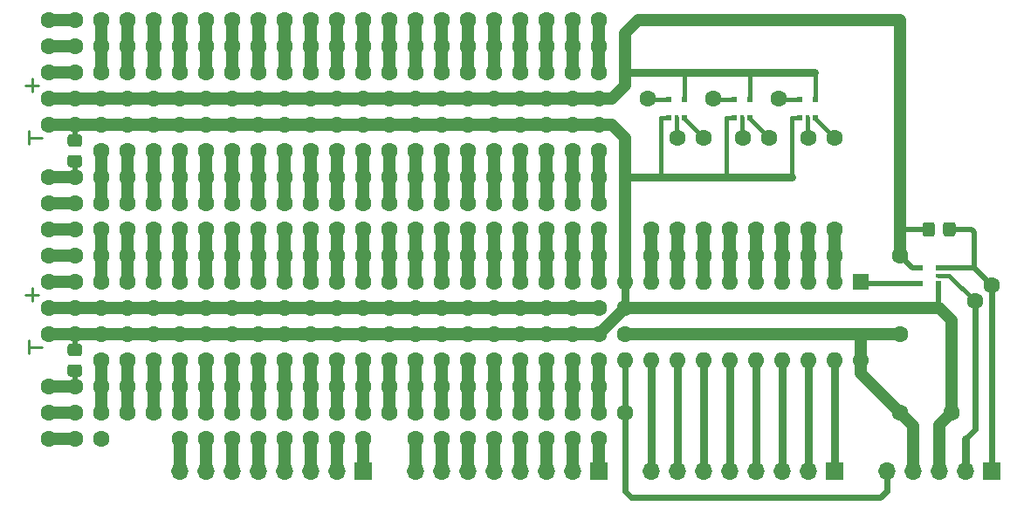
<source format=gbr>
G04 #@! TF.GenerationSoftware,KiCad,Pcbnew,(5.1.8)-1*
G04 #@! TF.CreationDate,2022-02-21T20:22:27+03:00*
G04 #@! TF.ProjectId,template-b,74656d70-6c61-4746-952d-622e6b696361,rev?*
G04 #@! TF.SameCoordinates,Original*
G04 #@! TF.FileFunction,Copper,L2,Bot*
G04 #@! TF.FilePolarity,Positive*
%FSLAX46Y46*%
G04 Gerber Fmt 4.6, Leading zero omitted, Abs format (unit mm)*
G04 Created by KiCad (PCBNEW (5.1.8)-1) date 2022-02-21 20:22:27*
%MOMM*%
%LPD*%
G01*
G04 APERTURE LIST*
G04 #@! TA.AperFunction,SMDPad,CuDef*
%ADD10R,0.400000X0.600000*%
G04 #@! TD*
G04 #@! TA.AperFunction,SMDPad,CuDef*
%ADD11R,0.600000X0.600000*%
G04 #@! TD*
G04 #@! TA.AperFunction,ComponentPad*
%ADD12O,1.700000X1.700000*%
G04 #@! TD*
G04 #@! TA.AperFunction,ComponentPad*
%ADD13R,1.700000X1.700000*%
G04 #@! TD*
G04 #@! TA.AperFunction,ComponentPad*
%ADD14C,1.600000*%
G04 #@! TD*
G04 #@! TA.AperFunction,ComponentPad*
%ADD15R,1.600000X1.600000*%
G04 #@! TD*
G04 #@! TA.AperFunction,ComponentPad*
%ADD16O,1.600000X1.600000*%
G04 #@! TD*
G04 #@! TA.AperFunction,SMDPad,CuDef*
%ADD17R,0.600000X0.400000*%
G04 #@! TD*
G04 #@! TA.AperFunction,ViaPad*
%ADD18C,1.600000*%
G04 #@! TD*
G04 #@! TA.AperFunction,Conductor*
%ADD19C,1.200000*%
G04 #@! TD*
G04 #@! TA.AperFunction,Conductor*
%ADD20C,0.250000*%
G04 #@! TD*
G04 #@! TA.AperFunction,Conductor*
%ADD21C,0.800000*%
G04 #@! TD*
G04 #@! TA.AperFunction,Conductor*
%ADD22C,0.500000*%
G04 #@! TD*
G04 #@! TA.AperFunction,Conductor*
%ADD23C,0.600000*%
G04 #@! TD*
G04 #@! TA.AperFunction,Conductor*
%ADD24C,0.400000*%
G04 #@! TD*
G04 APERTURE END LIST*
G04 #@! TA.AperFunction,SMDPad,CuDef*
G36*
G01*
X28390001Y-32620000D02*
X27489999Y-32620000D01*
G75*
G02*
X27240000Y-32370001I0J249999D01*
G01*
X27240000Y-31669999D01*
G75*
G02*
X27489999Y-31420000I249999J0D01*
G01*
X28390001Y-31420000D01*
G75*
G02*
X28640000Y-31669999I0J-249999D01*
G01*
X28640000Y-32370001D01*
G75*
G02*
X28390001Y-32620000I-249999J0D01*
G01*
G37*
G04 #@! TD.AperFunction*
G04 #@! TA.AperFunction,SMDPad,CuDef*
G36*
G01*
X28390001Y-34620000D02*
X27489999Y-34620000D01*
G75*
G02*
X27240000Y-34370001I0J249999D01*
G01*
X27240000Y-33669999D01*
G75*
G02*
X27489999Y-33420000I249999J0D01*
G01*
X28390001Y-33420000D01*
G75*
G02*
X28640000Y-33669999I0J-249999D01*
G01*
X28640000Y-34370001D01*
G75*
G02*
X28390001Y-34620000I-249999J0D01*
G01*
G37*
G04 #@! TD.AperFunction*
D10*
X99022500Y-29800000D03*
D11*
X99772500Y-29800000D03*
X98272500Y-29800000D03*
X98272500Y-28000000D03*
X99772500Y-28000000D03*
D10*
X92672500Y-29800000D03*
D11*
X93422500Y-29800000D03*
X91922500Y-29800000D03*
X91922500Y-28000000D03*
X93422500Y-28000000D03*
D10*
X86322500Y-29800000D03*
D11*
X87072500Y-29800000D03*
X85572500Y-29800000D03*
X85572500Y-28000000D03*
X87072500Y-28000000D03*
G04 #@! TA.AperFunction,SMDPad,CuDef*
G36*
G01*
X28390001Y-52940000D02*
X27489999Y-52940000D01*
G75*
G02*
X27240000Y-52690001I0J249999D01*
G01*
X27240000Y-51989999D01*
G75*
G02*
X27489999Y-51740000I249999J0D01*
G01*
X28390001Y-51740000D01*
G75*
G02*
X28640000Y-51989999I0J-249999D01*
G01*
X28640000Y-52690001D01*
G75*
G02*
X28390001Y-52940000I-249999J0D01*
G01*
G37*
G04 #@! TD.AperFunction*
G04 #@! TA.AperFunction,SMDPad,CuDef*
G36*
G01*
X28390001Y-54940000D02*
X27489999Y-54940000D01*
G75*
G02*
X27240000Y-54690001I0J249999D01*
G01*
X27240000Y-53989999D01*
G75*
G02*
X27489999Y-53740000I249999J0D01*
G01*
X28390001Y-53740000D01*
G75*
G02*
X28640000Y-53989999I0J-249999D01*
G01*
X28640000Y-54690001D01*
G75*
G02*
X28390001Y-54940000I-249999J0D01*
G01*
G37*
G04 #@! TD.AperFunction*
G04 #@! TA.AperFunction,SMDPad,CuDef*
G36*
G01*
X111360000Y-40189999D02*
X111360000Y-41090001D01*
G75*
G02*
X111110001Y-41340000I-249999J0D01*
G01*
X110409999Y-41340000D01*
G75*
G02*
X110160000Y-41090001I0J249999D01*
G01*
X110160000Y-40189999D01*
G75*
G02*
X110409999Y-39940000I249999J0D01*
G01*
X111110001Y-39940000D01*
G75*
G02*
X111360000Y-40189999I0J-249999D01*
G01*
G37*
G04 #@! TD.AperFunction*
G04 #@! TA.AperFunction,SMDPad,CuDef*
G36*
G01*
X113360000Y-40189999D02*
X113360000Y-41090001D01*
G75*
G02*
X113110001Y-41340000I-249999J0D01*
G01*
X112409999Y-41340000D01*
G75*
G02*
X112160000Y-41090001I0J249999D01*
G01*
X112160000Y-40189999D01*
G75*
G02*
X112409999Y-39940000I249999J0D01*
G01*
X113110001Y-39940000D01*
G75*
G02*
X113360000Y-40189999I0J-249999D01*
G01*
G37*
G04 #@! TD.AperFunction*
D12*
X83820000Y-64135000D03*
X86360000Y-64135000D03*
X88900000Y-64135000D03*
X91440000Y-64135000D03*
X93980000Y-64135000D03*
X96520000Y-64135000D03*
X99060000Y-64135000D03*
D13*
X101600000Y-64135000D03*
D12*
X60960000Y-64135000D03*
X63500000Y-64135000D03*
X66040000Y-64135000D03*
X68580000Y-64135000D03*
X71120000Y-64135000D03*
X73660000Y-64135000D03*
X76200000Y-64135000D03*
D13*
X78740000Y-64135000D03*
D12*
X38100000Y-64135000D03*
X40640000Y-64135000D03*
X43180000Y-64135000D03*
X45720000Y-64135000D03*
X48260000Y-64135000D03*
X50800000Y-64135000D03*
X53340000Y-64135000D03*
D13*
X55880000Y-64135000D03*
D14*
X107950000Y-58420000D03*
X112950000Y-58420000D03*
D15*
X104140000Y-45720000D03*
D16*
X81280000Y-53340000D03*
X101600000Y-45720000D03*
X83820000Y-53340000D03*
X99060000Y-45720000D03*
X86360000Y-53340000D03*
X96520000Y-45720000D03*
X88900000Y-53340000D03*
X93980000Y-45720000D03*
X91440000Y-53340000D03*
X91440000Y-45720000D03*
X93980000Y-53340000D03*
X88900000Y-45720000D03*
X96520000Y-53340000D03*
X86360000Y-45720000D03*
X99060000Y-53340000D03*
X83820000Y-45720000D03*
X101600000Y-53340000D03*
X81280000Y-45720000D03*
X104140000Y-53340000D03*
D13*
X116840000Y-64135000D03*
D12*
X114300000Y-64135000D03*
X111760000Y-64135000D03*
X109220000Y-64135000D03*
X106680000Y-64135000D03*
D11*
X109915000Y-44372500D03*
X109915000Y-45872500D03*
X111715000Y-45872500D03*
X111715000Y-44372500D03*
D17*
X111715000Y-45122500D03*
D18*
X76200000Y-53340000D03*
X76200000Y-55880000D03*
X76200000Y-58420000D03*
X73660000Y-55880000D03*
X73660000Y-58420000D03*
X73660000Y-53340000D03*
X71120000Y-55880000D03*
X71120000Y-58420000D03*
X71120000Y-53340000D03*
X68580000Y-55880000D03*
X68580000Y-58420000D03*
X68580000Y-53340000D03*
X66040000Y-55880000D03*
X66040000Y-58420000D03*
X66040000Y-53340000D03*
X63500000Y-55880000D03*
X63500000Y-58420000D03*
X63500000Y-53340000D03*
X60960000Y-55880000D03*
X60960000Y-58420000D03*
X60960000Y-53340000D03*
X58420000Y-55880000D03*
X58420000Y-58420000D03*
X58420000Y-53340000D03*
X55880000Y-55880000D03*
X55880000Y-58420000D03*
X55880000Y-53340000D03*
X53340000Y-55880000D03*
X53340000Y-58420000D03*
X53340000Y-53340000D03*
X50800000Y-55880000D03*
X50800000Y-58420000D03*
X50800000Y-53340000D03*
X48260000Y-55880000D03*
X48260000Y-58420000D03*
X48260000Y-53340000D03*
X45720000Y-55880000D03*
X45720000Y-58420000D03*
X45720000Y-53340000D03*
X43180000Y-55880000D03*
X43180000Y-58420000D03*
X43180000Y-53340000D03*
X40640000Y-55880000D03*
X40640000Y-58420000D03*
X40640000Y-53340000D03*
X38100000Y-55880000D03*
X38100000Y-58420000D03*
X38100000Y-53340000D03*
X35560000Y-55880000D03*
X35560000Y-58420000D03*
X35560000Y-53340000D03*
X33020000Y-55880000D03*
X33020000Y-58420000D03*
X33020000Y-53340000D03*
X78740000Y-58420000D03*
X78740000Y-55880000D03*
X78740000Y-53340000D03*
X76200000Y-43180000D03*
X76200000Y-45720000D03*
X76200000Y-40640000D03*
X78740000Y-43180000D03*
X78740000Y-40640000D03*
X78740000Y-45720000D03*
X50800000Y-45720000D03*
X45720000Y-45720000D03*
X53340000Y-43180000D03*
X40640000Y-45720000D03*
X50800000Y-40640000D03*
X45720000Y-40640000D03*
X48260000Y-43180000D03*
X35560000Y-45720000D03*
X40640000Y-40640000D03*
X43180000Y-43180000D03*
X35560000Y-40640000D03*
X38100000Y-43180000D03*
X38100000Y-45720000D03*
X35560000Y-43180000D03*
X33020000Y-43180000D03*
X33020000Y-40640000D03*
X40640000Y-43180000D03*
X38100000Y-40640000D03*
X43180000Y-45720000D03*
X45720000Y-43180000D03*
X43180000Y-40640000D03*
X48260000Y-45720000D03*
X50800000Y-43180000D03*
X48260000Y-40640000D03*
X53340000Y-40640000D03*
X53340000Y-45720000D03*
X33020000Y-45720000D03*
X73660000Y-45720000D03*
X73660000Y-43180000D03*
X73660000Y-40640000D03*
X71120000Y-45720000D03*
X71120000Y-43180000D03*
X71120000Y-40640000D03*
X68580000Y-45720000D03*
X68580000Y-43180000D03*
X68580000Y-40640000D03*
X66040000Y-45720000D03*
X66040000Y-43180000D03*
X66040000Y-40640000D03*
X63500000Y-45720000D03*
X63500000Y-43180000D03*
X63500000Y-40640000D03*
X60960000Y-45720000D03*
X60960000Y-43180000D03*
X60960000Y-40640000D03*
X58420000Y-45720000D03*
X58420000Y-43180000D03*
X58420000Y-40640000D03*
X55880000Y-45720000D03*
X55880000Y-43180000D03*
X55880000Y-40640000D03*
X27940000Y-43180000D03*
X27940000Y-40640000D03*
X27940000Y-45720000D03*
X27940000Y-58420000D03*
X25400000Y-40640000D03*
X25400000Y-43180000D03*
X25400000Y-45720000D03*
X25400000Y-58420000D03*
X25400000Y-60960000D03*
X27940000Y-60960000D03*
X30480000Y-40640000D03*
X30480000Y-43180000D03*
X30480000Y-45720000D03*
X30480000Y-58420000D03*
X30480000Y-60960000D03*
X30480000Y-53340000D03*
X30480000Y-55880000D03*
X58420000Y-38100000D03*
X58420000Y-35560000D03*
X58420000Y-33020000D03*
X60960000Y-33020000D03*
X60960000Y-38100000D03*
X60960000Y-35560000D03*
X63500000Y-33020000D03*
X63500000Y-38100000D03*
X63500000Y-35560000D03*
X66040000Y-33020000D03*
X66040000Y-38100000D03*
X66040000Y-35560000D03*
X68580000Y-33020000D03*
X68580000Y-38100000D03*
X68580000Y-35560000D03*
X71120000Y-33020000D03*
X71120000Y-38100000D03*
X71120000Y-35560000D03*
X73660000Y-33020000D03*
X73660000Y-38100000D03*
X73660000Y-35560000D03*
X76200000Y-33020000D03*
X76200000Y-38100000D03*
X76200000Y-35560000D03*
X78740000Y-33020000D03*
X78740000Y-38100000D03*
X78740000Y-35560000D03*
X55880000Y-33020000D03*
X55880000Y-38100000D03*
X55880000Y-35560000D03*
X53340000Y-33020000D03*
X53340000Y-38100000D03*
X53340000Y-35560000D03*
X50800000Y-33020000D03*
X50800000Y-38100000D03*
X50800000Y-35560000D03*
X48260000Y-33020000D03*
X48260000Y-38100000D03*
X48260000Y-35560000D03*
X45720000Y-33020000D03*
X45720000Y-38100000D03*
X45720000Y-35560000D03*
X43180000Y-33020000D03*
X43180000Y-38100000D03*
X43180000Y-35560000D03*
X40640000Y-33020000D03*
X40640000Y-38100000D03*
X40640000Y-35560000D03*
X38100000Y-33020000D03*
X38100000Y-38100000D03*
X38100000Y-35560000D03*
X35560000Y-33020000D03*
X35560000Y-38100000D03*
X35560000Y-35560000D03*
X33020000Y-33020000D03*
X33020000Y-38100000D03*
X33020000Y-35560000D03*
X30480000Y-33020000D03*
X30480000Y-38100000D03*
X30480000Y-35560000D03*
X55880000Y-25400000D03*
X60960000Y-25400000D03*
X78740000Y-20320000D03*
X78740000Y-25400000D03*
X78740000Y-22860000D03*
X76200000Y-22860000D03*
X76200000Y-20320000D03*
X76200000Y-25400000D03*
X73660000Y-22860000D03*
X73660000Y-20320000D03*
X73660000Y-25400000D03*
X71120000Y-25400000D03*
X71120000Y-20320000D03*
X71120000Y-22860000D03*
X68580000Y-22860000D03*
X68580000Y-20320000D03*
X68580000Y-25400000D03*
X66040000Y-22860000D03*
X66040000Y-20320000D03*
X66040000Y-25400000D03*
X63500000Y-22860000D03*
X63500000Y-20320000D03*
X58420000Y-20320000D03*
X50800000Y-22860000D03*
X58420000Y-25400000D03*
X58420000Y-22860000D03*
X63500000Y-25400000D03*
X60960000Y-22860000D03*
X53340000Y-22860000D03*
X53340000Y-25400000D03*
X55880000Y-22860000D03*
X60960000Y-20320000D03*
X55880000Y-20320000D03*
X53340000Y-20320000D03*
X48260000Y-25400000D03*
X48260000Y-22860000D03*
X50800000Y-20320000D03*
X50800000Y-25400000D03*
X45720000Y-25400000D03*
X48260000Y-20320000D03*
X45720000Y-22860000D03*
X43180000Y-22860000D03*
X45720000Y-20320000D03*
X40640000Y-25400000D03*
X43180000Y-20320000D03*
X43180000Y-25400000D03*
X38100000Y-22860000D03*
X40640000Y-20320000D03*
X40640000Y-22860000D03*
X38100000Y-20320000D03*
X38100000Y-25400000D03*
X35560000Y-20320000D03*
X30480000Y-25400000D03*
X30480000Y-22860000D03*
X33020000Y-22860000D03*
X30480000Y-20320000D03*
X35560000Y-22860000D03*
X35560000Y-25400000D03*
X33020000Y-20320000D03*
X33020000Y-25400000D03*
X25400000Y-38100000D03*
X27940000Y-38100000D03*
X27940000Y-25400000D03*
X25400000Y-25400000D03*
X25400000Y-22860000D03*
X27940000Y-22860000D03*
X27940000Y-20320000D03*
X25400000Y-20320000D03*
X38100000Y-60960000D03*
X40640000Y-60960000D03*
X43180000Y-60960000D03*
X45720000Y-60960000D03*
X48260000Y-60960000D03*
X50800000Y-60960000D03*
X53340000Y-60960000D03*
X55880000Y-60960000D03*
X60960000Y-60960000D03*
X63500000Y-60960000D03*
X66040000Y-60960000D03*
X68580000Y-60960000D03*
X71120000Y-60960000D03*
X73660000Y-60960000D03*
X76200000Y-60960000D03*
X78740000Y-60960000D03*
X116840000Y-46037500D03*
X25400000Y-48260000D03*
X33020000Y-48260000D03*
X81280000Y-50800000D03*
X76200000Y-48260000D03*
X73660000Y-48260000D03*
X71120000Y-48260000D03*
X68580000Y-48260000D03*
X66040000Y-48260000D03*
X63500000Y-48260000D03*
X60960000Y-48260000D03*
X58420000Y-48260000D03*
X55880000Y-48260000D03*
X53340000Y-48260000D03*
X50800000Y-48260000D03*
X48260000Y-48260000D03*
X45720000Y-48260000D03*
X43180000Y-48260000D03*
X40640000Y-48260000D03*
X38100000Y-48260000D03*
X35560000Y-48260000D03*
X27940000Y-48260000D03*
X107950000Y-43180000D03*
X107950000Y-50800000D03*
X30480000Y-48260000D03*
X78740000Y-48260000D03*
X25400000Y-27940000D03*
X27940000Y-27940000D03*
X30480000Y-27940000D03*
X33020000Y-27940000D03*
X35560000Y-27940000D03*
X38100000Y-27940000D03*
X40640000Y-27940000D03*
X43180000Y-27940000D03*
X45720000Y-27940000D03*
X48260000Y-27940000D03*
X50800000Y-27940000D03*
X53340000Y-27940000D03*
X55880000Y-27940000D03*
X58420000Y-27940000D03*
X60960000Y-27940000D03*
X63500000Y-27940000D03*
X66040000Y-27940000D03*
X68580000Y-27940000D03*
X71120000Y-27940000D03*
X73660000Y-27940000D03*
X76200000Y-27940000D03*
X78740000Y-27940000D03*
X25400000Y-50800000D03*
X33020000Y-50800000D03*
X35560000Y-50800000D03*
X38100000Y-50800000D03*
X40640000Y-50800000D03*
X43180000Y-50800000D03*
X45720000Y-50800000D03*
X48260000Y-50800000D03*
X50800000Y-50800000D03*
X53340000Y-50800000D03*
X55880000Y-50800000D03*
X58420000Y-50800000D03*
X60960000Y-50800000D03*
X63500000Y-50800000D03*
X66040000Y-50800000D03*
X68580000Y-50800000D03*
X71120000Y-50800000D03*
X73660000Y-50800000D03*
X76200000Y-50800000D03*
X81280000Y-48260000D03*
X27940000Y-50800000D03*
X30480000Y-50800000D03*
X78740000Y-50800000D03*
X78740000Y-30480000D03*
X76200000Y-30480000D03*
X73660000Y-30480000D03*
X71120000Y-30480000D03*
X68580000Y-30480000D03*
X66040000Y-30480000D03*
X63500000Y-30480000D03*
X60960000Y-30480000D03*
X58420000Y-30480000D03*
X55880000Y-30480000D03*
X53340000Y-30480000D03*
X50800000Y-30480000D03*
X48260000Y-30480000D03*
X45720000Y-30480000D03*
X43180000Y-30480000D03*
X40640000Y-30480000D03*
X38100000Y-30480000D03*
X35560000Y-30480000D03*
X33020000Y-30480000D03*
X30480000Y-30480000D03*
X27940000Y-30480000D03*
X25400000Y-30480000D03*
X101600000Y-43180000D03*
X101600000Y-40640000D03*
X99060000Y-43180000D03*
X99060000Y-40640000D03*
X96520000Y-43180000D03*
X96520000Y-40640000D03*
X93980000Y-43180000D03*
X93980000Y-40640000D03*
X91440000Y-43180000D03*
X91440000Y-40640000D03*
X88900000Y-43180000D03*
X88900000Y-40640000D03*
X86360000Y-43180000D03*
X86360000Y-40640000D03*
X83820000Y-43180000D03*
X83820000Y-40640000D03*
X81280000Y-58420000D03*
X115252500Y-47625000D03*
X25400000Y-55880000D03*
X27940000Y-55880000D03*
X86360000Y-31750000D03*
X88900000Y-31750000D03*
X83502500Y-27940000D03*
X92710000Y-31750000D03*
X95250000Y-31750000D03*
X89852500Y-27940000D03*
X99060000Y-31750000D03*
X101600000Y-31750000D03*
X96202500Y-27940000D03*
X27940000Y-35560000D03*
X25400000Y-35560000D03*
D19*
X76200000Y-53340000D02*
X76200000Y-55880000D01*
X76200000Y-55880000D02*
X76200000Y-58420000D01*
X73660000Y-55880000D02*
X73660000Y-58420000D01*
X73660000Y-53340000D02*
X73660000Y-55880000D01*
X71120000Y-55880000D02*
X71120000Y-58420000D01*
X71120000Y-53340000D02*
X71120000Y-55880000D01*
X68580000Y-55880000D02*
X68580000Y-58420000D01*
X68580000Y-53340000D02*
X68580000Y-55880000D01*
X66040000Y-55880000D02*
X66040000Y-58420000D01*
X66040000Y-53340000D02*
X66040000Y-55880000D01*
X63500000Y-55880000D02*
X63500000Y-58420000D01*
X63500000Y-53340000D02*
X63500000Y-55880000D01*
X60960000Y-55880000D02*
X60960000Y-58420000D01*
X60960000Y-53340000D02*
X60960000Y-55880000D01*
X58420000Y-55880000D02*
X58420000Y-58420000D01*
X58420000Y-53340000D02*
X58420000Y-55880000D01*
X55880000Y-55880000D02*
X55880000Y-58420000D01*
X55880000Y-53340000D02*
X55880000Y-55880000D01*
X53340000Y-55880000D02*
X53340000Y-58420000D01*
X53340000Y-53340000D02*
X53340000Y-55880000D01*
X50800000Y-55880000D02*
X50800000Y-58420000D01*
X50800000Y-53340000D02*
X50800000Y-55880000D01*
X48260000Y-55880000D02*
X48260000Y-58420000D01*
X48260000Y-53340000D02*
X48260000Y-55880000D01*
X45720000Y-55880000D02*
X45720000Y-58420000D01*
X45720000Y-53340000D02*
X45720000Y-55880000D01*
X43180000Y-55880000D02*
X43180000Y-58420000D01*
X43180000Y-53340000D02*
X43180000Y-55880000D01*
X40640000Y-55880000D02*
X40640000Y-58420000D01*
X40640000Y-53340000D02*
X40640000Y-55880000D01*
X38100000Y-55880000D02*
X38100000Y-58420000D01*
X38100000Y-53340000D02*
X38100000Y-55880000D01*
X35560000Y-55880000D02*
X35560000Y-58420000D01*
X35560000Y-53340000D02*
X35560000Y-55880000D01*
X33020000Y-55880000D02*
X33020000Y-58420000D01*
X33020000Y-53340000D02*
X33020000Y-55880000D01*
X78740000Y-53340000D02*
X78740000Y-55880000D01*
X78740000Y-55880000D02*
X78740000Y-58420000D01*
X48260000Y-40640000D02*
X48260000Y-43180000D01*
X48260000Y-43180000D02*
X48260000Y-45720000D01*
X50800000Y-40640000D02*
X50800000Y-43180000D01*
X50800000Y-43180000D02*
X50800000Y-45720000D01*
X53340000Y-40640000D02*
X53340000Y-43180000D01*
X53340000Y-43180000D02*
X53340000Y-45720000D01*
X55880000Y-40640000D02*
X55880000Y-43180000D01*
X55880000Y-43180000D02*
X55880000Y-45720000D01*
X58420000Y-40640000D02*
X58420000Y-43180000D01*
X58420000Y-43180000D02*
X58420000Y-45720000D01*
X60960000Y-40640000D02*
X60960000Y-43180000D01*
X60960000Y-43180000D02*
X60960000Y-45720000D01*
X63500000Y-40640000D02*
X63500000Y-43180000D01*
X63500000Y-43180000D02*
X63500000Y-45720000D01*
X66040000Y-40640000D02*
X66040000Y-43180000D01*
X66040000Y-43180000D02*
X66040000Y-45720000D01*
X68580000Y-40640000D02*
X68580000Y-43180000D01*
X68580000Y-43180000D02*
X68580000Y-45720000D01*
X71120000Y-40640000D02*
X71120000Y-43180000D01*
X71120000Y-43180000D02*
X71120000Y-45720000D01*
X45720000Y-43180000D02*
X45720000Y-45720000D01*
X45720000Y-40640000D02*
X45720000Y-43180000D01*
X43180000Y-43180000D02*
X43180000Y-45720000D01*
X43180000Y-40640000D02*
X43180000Y-43180000D01*
X40640000Y-43180000D02*
X40640000Y-45720000D01*
X40640000Y-40640000D02*
X40640000Y-43180000D01*
X38100000Y-43180000D02*
X38100000Y-45720000D01*
X38100000Y-40640000D02*
X38100000Y-43180000D01*
X35560000Y-43180000D02*
X35560000Y-45720000D01*
X35560000Y-40640000D02*
X35560000Y-43180000D01*
X33020000Y-43180000D02*
X33020000Y-45720000D01*
X33020000Y-40640000D02*
X33020000Y-43180000D01*
X78740000Y-43180000D02*
X78740000Y-45720000D01*
X78740000Y-40640000D02*
X78740000Y-43180000D01*
X73660000Y-43180000D02*
X73660000Y-45720000D01*
X76200000Y-43180000D02*
X76200000Y-45720000D01*
X76200000Y-40640000D02*
X76200000Y-43180000D01*
X73660000Y-40640000D02*
X73660000Y-43180000D01*
X25400000Y-40640000D02*
X27940000Y-40640000D01*
X25400000Y-43180000D02*
X27940000Y-43180000D01*
X25400000Y-45720000D02*
X27940000Y-45720000D01*
X25400000Y-58420000D02*
X27940000Y-58420000D01*
X25400000Y-60960000D02*
X27940000Y-60960000D01*
D20*
X23495000Y-51435000D02*
X23495000Y-52070000D01*
X23495000Y-52070000D02*
X24765000Y-52070000D01*
X23495000Y-52070000D02*
X23495000Y-52705000D01*
X23177500Y-46990000D02*
X24447500Y-46990000D01*
X23812500Y-46355000D02*
X23812500Y-47625000D01*
D19*
X30480000Y-40640000D02*
X30480000Y-43180000D01*
X30480000Y-43180000D02*
X30480000Y-45720000D01*
X30480000Y-53340000D02*
X30480000Y-55880000D01*
X30480000Y-55880000D02*
X30480000Y-58420000D01*
X58420000Y-33020000D02*
X58420000Y-35560000D01*
X58420000Y-35560000D02*
X58420000Y-38100000D01*
X60960000Y-33020000D02*
X60960000Y-35560000D01*
X60960000Y-35560000D02*
X60960000Y-38100000D01*
X63500000Y-33020000D02*
X63500000Y-35560000D01*
X63500000Y-35560000D02*
X63500000Y-38100000D01*
X66040000Y-33020000D02*
X66040000Y-35560000D01*
X66040000Y-35560000D02*
X66040000Y-38100000D01*
X68580000Y-33020000D02*
X68580000Y-35560000D01*
X68580000Y-35560000D02*
X68580000Y-38100000D01*
X71120000Y-33020000D02*
X71120000Y-35560000D01*
X71120000Y-35560000D02*
X71120000Y-38100000D01*
X73660000Y-33020000D02*
X73660000Y-35560000D01*
X73660000Y-35560000D02*
X73660000Y-38100000D01*
X76200000Y-33020000D02*
X76200000Y-35560000D01*
X76200000Y-35560000D02*
X76200000Y-38100000D01*
X78740000Y-33020000D02*
X78740000Y-35560000D01*
X78740000Y-35560000D02*
X78740000Y-38100000D01*
X55880000Y-33020000D02*
X55880000Y-35560000D01*
X55880000Y-35560000D02*
X55880000Y-38100000D01*
X53340000Y-33020000D02*
X53340000Y-35560000D01*
X53340000Y-35560000D02*
X53340000Y-38100000D01*
X50800000Y-33020000D02*
X50800000Y-35560000D01*
X50800000Y-35560000D02*
X50800000Y-38100000D01*
X48260000Y-33020000D02*
X48260000Y-35560000D01*
X48260000Y-35560000D02*
X48260000Y-38100000D01*
X45720000Y-33020000D02*
X45720000Y-35560000D01*
X45720000Y-35560000D02*
X45720000Y-38100000D01*
X43180000Y-33020000D02*
X43180000Y-35560000D01*
X43180000Y-35560000D02*
X43180000Y-38100000D01*
X40640000Y-33020000D02*
X40640000Y-35560000D01*
X40640000Y-35560000D02*
X40640000Y-38100000D01*
X38100000Y-33020000D02*
X38100000Y-35560000D01*
X38100000Y-35560000D02*
X38100000Y-38100000D01*
X35560000Y-33020000D02*
X35560000Y-35560000D01*
X35560000Y-35560000D02*
X35560000Y-38100000D01*
X33020000Y-33020000D02*
X33020000Y-35560000D01*
X33020000Y-35560000D02*
X33020000Y-38100000D01*
X30480000Y-33020000D02*
X30480000Y-35560000D01*
X30480000Y-35560000D02*
X30480000Y-38100000D01*
X66040000Y-20320000D02*
X66040000Y-22860000D01*
X60960000Y-22860000D02*
X60960000Y-25400000D01*
X60960000Y-20320000D02*
X60960000Y-22860000D01*
X63500000Y-20320000D02*
X63500000Y-22860000D01*
X63500000Y-22860000D02*
X63500000Y-25400000D01*
X58420000Y-20320000D02*
X58420000Y-22860000D01*
X66040000Y-22860000D02*
X66040000Y-25400000D01*
X58420000Y-22860000D02*
X58420000Y-25400000D01*
X68580000Y-20320000D02*
X68580000Y-22860000D01*
X68580000Y-22860000D02*
X68580000Y-25400000D01*
X71120000Y-20320000D02*
X71120000Y-22860000D01*
X71120000Y-22860000D02*
X71120000Y-25400000D01*
X73660000Y-20320000D02*
X73660000Y-22860000D01*
X73660000Y-22860000D02*
X73660000Y-25400000D01*
X76200000Y-20320000D02*
X76200000Y-22860000D01*
X76200000Y-22860000D02*
X76200000Y-25400000D01*
X78740000Y-20320000D02*
X78740000Y-22860000D01*
X78740000Y-22860000D02*
X78740000Y-25400000D01*
X55880000Y-20320000D02*
X55880000Y-22860000D01*
X55880000Y-22860000D02*
X55880000Y-25400000D01*
X53340000Y-20320000D02*
X53340000Y-22860000D01*
X53340000Y-22860000D02*
X53340000Y-25400000D01*
X50800000Y-20320000D02*
X50800000Y-22860000D01*
X50800000Y-22860000D02*
X50800000Y-25400000D01*
X48260000Y-20320000D02*
X48260000Y-22860000D01*
X48260000Y-22860000D02*
X48260000Y-25400000D01*
X45720000Y-20320000D02*
X45720000Y-22860000D01*
X45720000Y-22860000D02*
X45720000Y-25400000D01*
X43180000Y-20320000D02*
X43180000Y-22860000D01*
X43180000Y-22860000D02*
X43180000Y-25400000D01*
X40640000Y-20320000D02*
X40640000Y-22860000D01*
X40640000Y-22860000D02*
X40640000Y-25400000D01*
X38100000Y-20320000D02*
X38100000Y-22860000D01*
X38100000Y-22860000D02*
X38100000Y-25400000D01*
X35560000Y-20320000D02*
X35560000Y-22860000D01*
X35560000Y-22860000D02*
X35560000Y-25400000D01*
X33020000Y-20320000D02*
X33020000Y-22860000D01*
X33020000Y-22860000D02*
X33020000Y-25400000D01*
X30480000Y-20320000D02*
X30480000Y-22860000D01*
X30480000Y-22860000D02*
X30480000Y-25400000D01*
X25400000Y-20320000D02*
X27940000Y-20320000D01*
X25400000Y-22860000D02*
X27940000Y-22860000D01*
X25400000Y-25400000D02*
X27940000Y-25400000D01*
X25400000Y-38100000D02*
X27940000Y-38100000D01*
D20*
X23495000Y-31115000D02*
X23495000Y-31750000D01*
X23495000Y-31750000D02*
X24765000Y-31750000D01*
X23495000Y-31750000D02*
X23495000Y-32385000D01*
X23177500Y-26670000D02*
X24447500Y-26670000D01*
X23812500Y-26035000D02*
X23812500Y-27305000D01*
D19*
X38100000Y-64135000D02*
X38100000Y-60960000D01*
X38100000Y-60960000D02*
X38100000Y-60960000D01*
X40640000Y-64135000D02*
X40640000Y-60960000D01*
X40640000Y-60960000D02*
X40640000Y-60960000D01*
X43180000Y-64135000D02*
X43180000Y-60960000D01*
X43180000Y-60960000D02*
X43180000Y-60960000D01*
X45720000Y-64135000D02*
X45720000Y-60960000D01*
X45720000Y-60960000D02*
X45720000Y-60960000D01*
X48260000Y-64135000D02*
X48260000Y-60960000D01*
X48260000Y-60960000D02*
X48260000Y-60960000D01*
X50800000Y-64135000D02*
X50800000Y-60960000D01*
X50800000Y-60960000D02*
X50800000Y-60960000D01*
X53340000Y-64135000D02*
X53340000Y-60960000D01*
X53340000Y-60960000D02*
X53340000Y-60960000D01*
X55880000Y-64135000D02*
X55880000Y-60960000D01*
X55880000Y-60960000D02*
X55880000Y-60960000D01*
X60960000Y-64135000D02*
X60960000Y-60960000D01*
X60960000Y-60960000D02*
X60960000Y-60960000D01*
X63500000Y-64135000D02*
X63500000Y-60960000D01*
X63500000Y-60960000D02*
X63500000Y-60960000D01*
X66040000Y-64135000D02*
X66040000Y-60960000D01*
X66040000Y-60960000D02*
X66040000Y-60960000D01*
X68580000Y-64135000D02*
X68580000Y-60960000D01*
X68580000Y-60960000D02*
X68580000Y-60960000D01*
X71120000Y-64135000D02*
X71120000Y-60960000D01*
X71120000Y-60960000D02*
X71120000Y-60960000D01*
X73660000Y-64135000D02*
X73660000Y-60960000D01*
X73660000Y-60960000D02*
X73660000Y-60960000D01*
X76200000Y-64135000D02*
X76200000Y-60960000D01*
X76200000Y-60960000D02*
X76200000Y-60960000D01*
X78740000Y-64135000D02*
X78740000Y-60960000D01*
X78740000Y-60960000D02*
X78740000Y-60960000D01*
D21*
X83820000Y-53340000D02*
X83820000Y-64135000D01*
X86360000Y-53340000D02*
X86360000Y-64135000D01*
X88900000Y-53340000D02*
X88900000Y-64135000D01*
X91440000Y-53340000D02*
X91440000Y-64135000D01*
X93980000Y-53340000D02*
X93980000Y-64135000D01*
X96520000Y-53340000D02*
X96520000Y-64135000D01*
X99060000Y-53340000D02*
X99060000Y-64135000D01*
X101600000Y-53340000D02*
X101600000Y-64135000D01*
D22*
X111715000Y-44372500D02*
X115175000Y-44372500D01*
X115175000Y-44372500D02*
X116840000Y-46037500D01*
D23*
X116840000Y-48895000D02*
X116840000Y-64135000D01*
X116840000Y-46037500D02*
X116840000Y-48895000D01*
D22*
X116840000Y-46037500D02*
X116840000Y-46037500D01*
X115175000Y-40880000D02*
X115175000Y-44372500D01*
X114935000Y-40640000D02*
X115175000Y-40880000D01*
X112760000Y-40640000D02*
X114935000Y-40640000D01*
D19*
X78740000Y-27940000D02*
X78740000Y-27940000D01*
X33020000Y-48260000D02*
X30480000Y-48260000D01*
X27940000Y-48260000D02*
X25400000Y-48260000D01*
X109220000Y-59690000D02*
X107950000Y-58420000D01*
X109220000Y-64135000D02*
X109220000Y-59690000D01*
X104140000Y-54610000D02*
X107950000Y-58420000D01*
X104140000Y-53340000D02*
X104140000Y-54610000D01*
X104140000Y-50800000D02*
X104140000Y-53340000D01*
X33020000Y-48260000D02*
X35560000Y-48260000D01*
X81280000Y-50800000D02*
X104140000Y-50800000D01*
X73660000Y-48260000D02*
X76200000Y-48260000D01*
X71120000Y-48260000D02*
X73660000Y-48260000D01*
X68580000Y-48260000D02*
X71120000Y-48260000D01*
X66040000Y-48260000D02*
X68580000Y-48260000D01*
X63500000Y-48260000D02*
X66040000Y-48260000D01*
X60960000Y-48260000D02*
X63500000Y-48260000D01*
X58420000Y-48260000D02*
X60960000Y-48260000D01*
X55880000Y-48260000D02*
X58420000Y-48260000D01*
X53340000Y-48260000D02*
X55880000Y-48260000D01*
X50800000Y-48260000D02*
X53340000Y-48260000D01*
X48260000Y-48260000D02*
X50800000Y-48260000D01*
X45720000Y-48260000D02*
X48260000Y-48260000D01*
X43180000Y-48260000D02*
X45720000Y-48260000D01*
X40640000Y-48260000D02*
X43180000Y-48260000D01*
X38100000Y-48260000D02*
X40640000Y-48260000D01*
X35560000Y-48260000D02*
X38100000Y-48260000D01*
X30480000Y-48260000D02*
X30480000Y-48260000D01*
X30480000Y-48260000D02*
X27940000Y-48260000D01*
X76200000Y-48260000D02*
X78740000Y-48260000D01*
X78740000Y-48260000D02*
X78740000Y-48260000D01*
X25400000Y-27940000D02*
X25400000Y-27940000D01*
X27940000Y-27940000D02*
X25400000Y-27940000D01*
X30480000Y-27940000D02*
X27940000Y-27940000D01*
X33020000Y-27940000D02*
X30480000Y-27940000D01*
X35560000Y-27940000D02*
X33020000Y-27940000D01*
X38100000Y-27940000D02*
X35560000Y-27940000D01*
X40640000Y-27940000D02*
X38100000Y-27940000D01*
X43180000Y-27940000D02*
X40640000Y-27940000D01*
X45720000Y-27940000D02*
X43180000Y-27940000D01*
X48260000Y-27940000D02*
X45720000Y-27940000D01*
X50800000Y-27940000D02*
X48260000Y-27940000D01*
X53340000Y-27940000D02*
X50800000Y-27940000D01*
X55880000Y-27940000D02*
X53340000Y-27940000D01*
X58420000Y-27940000D02*
X55880000Y-27940000D01*
X60960000Y-27940000D02*
X58420000Y-27940000D01*
X63500000Y-27940000D02*
X60960000Y-27940000D01*
X66040000Y-27940000D02*
X63500000Y-27940000D01*
X68580000Y-27940000D02*
X66040000Y-27940000D01*
X71120000Y-27940000D02*
X68580000Y-27940000D01*
X73660000Y-27940000D02*
X71120000Y-27940000D01*
X76200000Y-27940000D02*
X73660000Y-27940000D01*
X78740000Y-27940000D02*
X76200000Y-27940000D01*
X107950000Y-50800000D02*
X104140000Y-50800000D01*
D22*
X109142500Y-44372500D02*
X107950000Y-43180000D01*
X109915000Y-44372500D02*
X109142500Y-44372500D01*
X110760000Y-40640000D02*
X108267500Y-40640000D01*
D19*
X107950000Y-20320000D02*
X107950000Y-40957500D01*
X82550000Y-20320000D02*
X107950000Y-20320000D01*
X107950000Y-40957500D02*
X107950000Y-43180000D01*
X80010000Y-27940000D02*
X81280000Y-26670000D01*
X81280000Y-21590000D02*
X82550000Y-20320000D01*
X78740000Y-27940000D02*
X80010000Y-27940000D01*
X81280000Y-26670000D02*
X81280000Y-25400000D01*
X81280000Y-25400000D02*
X81280000Y-21590000D01*
D24*
X87072500Y-25477500D02*
X86995000Y-25400000D01*
X87072500Y-28000000D02*
X87072500Y-25477500D01*
D21*
X81280000Y-25400000D02*
X86995000Y-25400000D01*
D24*
X93422500Y-25477500D02*
X93345000Y-25400000D01*
X93422500Y-28000000D02*
X93422500Y-25477500D01*
D21*
X93345000Y-25400000D02*
X99695000Y-25400000D01*
X86995000Y-25400000D02*
X93345000Y-25400000D01*
D24*
X99772500Y-25477500D02*
X99695000Y-25400000D01*
X99772500Y-28000000D02*
X99772500Y-25477500D01*
D19*
X78740000Y-30480000D02*
X78740000Y-30480000D01*
X33020000Y-50800000D02*
X30480000Y-50800000D01*
X27940000Y-50800000D02*
X25400000Y-50800000D01*
X111760000Y-59610000D02*
X112950000Y-58420000D01*
X111760000Y-64135000D02*
X111760000Y-59610000D01*
D21*
X81280000Y-45720000D02*
X81280000Y-48260000D01*
D19*
X81280000Y-48260000D02*
X111760000Y-48260000D01*
X112950000Y-49450000D02*
X111760000Y-48260000D01*
X112950000Y-58420000D02*
X112950000Y-49450000D01*
X33020000Y-50800000D02*
X33020000Y-50800000D01*
X35560000Y-50800000D02*
X33020000Y-50800000D01*
X38100000Y-50800000D02*
X35560000Y-50800000D01*
X40640000Y-50800000D02*
X38100000Y-50800000D01*
X43180000Y-50800000D02*
X40640000Y-50800000D01*
X45720000Y-50800000D02*
X43180000Y-50800000D01*
X48260000Y-50800000D02*
X45720000Y-50800000D01*
X50800000Y-50800000D02*
X48260000Y-50800000D01*
X53340000Y-50800000D02*
X50800000Y-50800000D01*
X55880000Y-50800000D02*
X53340000Y-50800000D01*
X58420000Y-50800000D02*
X55880000Y-50800000D01*
X60960000Y-50800000D02*
X58420000Y-50800000D01*
X63500000Y-50800000D02*
X60960000Y-50800000D01*
X66040000Y-50800000D02*
X63500000Y-50800000D01*
X68580000Y-50800000D02*
X66040000Y-50800000D01*
X71120000Y-50800000D02*
X68580000Y-50800000D01*
X73660000Y-50800000D02*
X71120000Y-50800000D01*
X76200000Y-50800000D02*
X73660000Y-50800000D01*
X30480000Y-50800000D02*
X30480000Y-50800000D01*
X27940000Y-50800000D02*
X27940000Y-50800000D01*
D22*
X111715000Y-48215000D02*
X111760000Y-48260000D01*
X111715000Y-45872500D02*
X111715000Y-48215000D01*
D19*
X78740000Y-50800000D02*
X78740000Y-50800000D01*
X30480000Y-50800000D02*
X27940000Y-50800000D01*
D22*
X27940000Y-52340000D02*
X27940000Y-50800000D01*
D19*
X76200000Y-50800000D02*
X78740000Y-50800000D01*
X78740000Y-50800000D02*
X81280000Y-48260000D01*
X78740000Y-30480000D02*
X76200000Y-30480000D01*
X76200000Y-30480000D02*
X73660000Y-30480000D01*
X73660000Y-30480000D02*
X71120000Y-30480000D01*
X71120000Y-30480000D02*
X68580000Y-30480000D01*
X68580000Y-30480000D02*
X66040000Y-30480000D01*
X66040000Y-30480000D02*
X63500000Y-30480000D01*
X63500000Y-30480000D02*
X60960000Y-30480000D01*
X60960000Y-30480000D02*
X58420000Y-30480000D01*
X58420000Y-30480000D02*
X55880000Y-30480000D01*
X55880000Y-30480000D02*
X53340000Y-30480000D01*
X53340000Y-30480000D02*
X50800000Y-30480000D01*
X50800000Y-30480000D02*
X48260000Y-30480000D01*
X48260000Y-30480000D02*
X45720000Y-30480000D01*
X45720000Y-30480000D02*
X43180000Y-30480000D01*
X43180000Y-30480000D02*
X40640000Y-30480000D01*
X40640000Y-30480000D02*
X38100000Y-30480000D01*
X38100000Y-30480000D02*
X35560000Y-30480000D01*
X35560000Y-30480000D02*
X33020000Y-30480000D01*
X33020000Y-30480000D02*
X30480000Y-30480000D01*
X30480000Y-30480000D02*
X27940000Y-30480000D01*
X27940000Y-30480000D02*
X25400000Y-30480000D01*
X25400000Y-30480000D02*
X25400000Y-30480000D01*
X80010000Y-30480000D02*
X78740000Y-30480000D01*
X81280000Y-31750000D02*
X80010000Y-30480000D01*
D24*
X84772500Y-29800000D02*
X84772500Y-35560000D01*
X91122500Y-29800000D02*
X91122500Y-35560000D01*
X97472500Y-29800000D02*
X97472500Y-35560000D01*
D21*
X81280000Y-35560000D02*
X97472500Y-35560000D01*
D19*
X81280000Y-45720000D02*
X81280000Y-35560000D01*
X81280000Y-35560000D02*
X81280000Y-31750000D01*
D24*
X97472500Y-29800000D02*
X98272500Y-29800000D01*
X91122500Y-29800000D02*
X91922500Y-29800000D01*
X84772500Y-29800000D02*
X85572500Y-29800000D01*
D22*
X27940000Y-30480000D02*
X27940000Y-32020000D01*
D19*
X101600000Y-45720000D02*
X101600000Y-43180000D01*
X101600000Y-43180000D02*
X101600000Y-40640000D01*
X101600000Y-40640000D02*
X101600000Y-40640000D01*
X99060000Y-45720000D02*
X99060000Y-43180000D01*
X99060000Y-43180000D02*
X99060000Y-40640000D01*
X99060000Y-40640000D02*
X99060000Y-40640000D01*
X96520000Y-45720000D02*
X96520000Y-43180000D01*
X96520000Y-43180000D02*
X96520000Y-40640000D01*
X96520000Y-40640000D02*
X96520000Y-40640000D01*
X93980000Y-45720000D02*
X93980000Y-43180000D01*
X93980000Y-43180000D02*
X93980000Y-40640000D01*
X93980000Y-40640000D02*
X93980000Y-40640000D01*
X91440000Y-45720000D02*
X91440000Y-43180000D01*
X91440000Y-43180000D02*
X91440000Y-40640000D01*
X91440000Y-40640000D02*
X91440000Y-40640000D01*
X88900000Y-45720000D02*
X88900000Y-43180000D01*
X88900000Y-43180000D02*
X88900000Y-40640000D01*
X88900000Y-40640000D02*
X88900000Y-40640000D01*
X86360000Y-45720000D02*
X86360000Y-43180000D01*
X86360000Y-43180000D02*
X86360000Y-40640000D01*
X86360000Y-40640000D02*
X86360000Y-40640000D01*
X83820000Y-45720000D02*
X83820000Y-43180000D01*
X83820000Y-43180000D02*
X83820000Y-40640000D01*
X83820000Y-40640000D02*
X83820000Y-40640000D01*
D23*
X81280000Y-53340000D02*
X81280000Y-58420000D01*
X81280000Y-66040000D02*
X81915000Y-66675000D01*
X81915000Y-66675000D02*
X106045000Y-66675000D01*
X106045000Y-66675000D02*
X106680000Y-66040000D01*
X106680000Y-66040000D02*
X106680000Y-64135000D01*
X81280000Y-58420000D02*
X81280000Y-66040000D01*
D22*
X104292500Y-45872500D02*
X104140000Y-45720000D01*
X109915000Y-45872500D02*
X104292500Y-45872500D01*
D21*
X114300000Y-64135000D02*
X114300000Y-60960000D01*
D23*
X115252500Y-60007500D02*
X114300000Y-60960000D01*
X115252500Y-47625000D02*
X115252500Y-60007500D01*
D24*
X112750000Y-45122500D02*
X115252500Y-47625000D01*
X111715000Y-45122500D02*
X112750000Y-45122500D01*
D19*
X25400000Y-55880000D02*
X27940000Y-55880000D01*
D22*
X27940000Y-54340000D02*
X27940000Y-55880000D01*
D24*
X86322500Y-31712500D02*
X86360000Y-31750000D01*
X86322500Y-29800000D02*
X86322500Y-31712500D01*
X87072500Y-29922500D02*
X88900000Y-31750000D01*
X87072500Y-29800000D02*
X87072500Y-29922500D01*
X83562500Y-28000000D02*
X83502500Y-27940000D01*
X85572500Y-28000000D02*
X83562500Y-28000000D01*
X92672500Y-31712500D02*
X92710000Y-31750000D01*
X92672500Y-29800000D02*
X92672500Y-31712500D01*
X93422500Y-29922500D02*
X95250000Y-31750000D01*
X93422500Y-29800000D02*
X93422500Y-29922500D01*
X89912500Y-28000000D02*
X89852500Y-27940000D01*
X91922500Y-28000000D02*
X89912500Y-28000000D01*
X99022500Y-31712500D02*
X99060000Y-31750000D01*
X99022500Y-29800000D02*
X99022500Y-31712500D01*
X99772500Y-29922500D02*
X101600000Y-31750000D01*
X99772500Y-29800000D02*
X99772500Y-29922500D01*
X96262500Y-28000000D02*
X96202500Y-27940000D01*
X98272500Y-28000000D02*
X96262500Y-28000000D01*
D19*
X25400000Y-35560000D02*
X27940000Y-35560000D01*
D22*
X27940000Y-34020000D02*
X27940000Y-35560000D01*
M02*

</source>
